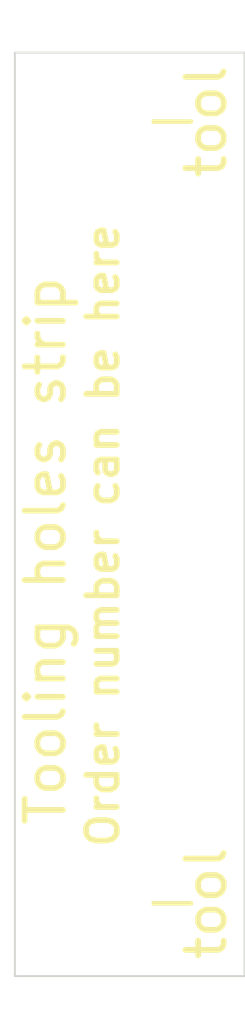
<source format=kicad_pcb>
(kicad_pcb (version 20200119) (host pcbnew "5.99.0-unknown-4f36980~101~ubuntu18.04.1")

  (general
    (thickness 1.6)
    (drawings 6)
    (tracks 0)
    (modules 2)
    (nets 1)
  )

  (page "A4")
  (layers
    (0 "F.Cu" signal)
    (31 "B.Cu" signal)
    (32 "B.Adhes" user)
    (33 "F.Adhes" user)
    (34 "B.Paste" user)
    (35 "F.Paste" user)
    (36 "B.SilkS" user)
    (37 "F.SilkS" user)
    (38 "B.Mask" user)
    (39 "F.Mask" user)
    (40 "Dwgs.User" user)
    (41 "Cmts.User" user)
    (42 "Eco1.User" user)
    (43 "Eco2.User" user)
    (44 "Edge.Cuts" user)
    (45 "Margin" user)
    (46 "B.CrtYd" user)
    (47 "F.CrtYd" user)
    (48 "B.Fab" user)
    (49 "F.Fab" user)
  )

  (setup
    (last_trace_width 0.25)
    (trace_clearance 0.2)
    (zone_clearance 0.508)
    (zone_45_only no)
    (trace_min 0.2)
    (via_size 0.8)
    (via_drill 0.4)
    (via_min_size 0.4)
    (via_min_drill 0.3)
    (uvia_size 0.3)
    (uvia_drill 0.1)
    (uvias_allowed no)
    (uvia_min_size 0.2)
    (uvia_min_drill 0.1)
    (max_error 0.005)
    (defaults
      (edge_clearance 0.01)
      (edge_cuts_line_width 0.05)
      (courtyard_line_width 0.05)
      (copper_line_width 0.2)
      (copper_text_dims (size 1.5 1.5) (thickness 0.3))
      (silk_line_width 0.12)
      (silk_text_dims (size 1 1) (thickness 0.15))
      (other_layers_line_width 0.1)
      (other_layers_text_dims (size 1 1) (thickness 0.15))
      (dimension_units 0)
      (dimension_precision 1)
    )
    (pad_size 1.524 1.524)
    (pad_drill 0.762)
    (pad_to_mask_clearance 0.051)
    (solder_mask_min_width 0.25)
    (aux_axis_origin 0 0)
    (visible_elements FFFDFF7F)
    (pcbplotparams
      (layerselection 0x010fc_ffffffff)
      (usegerberextensions false)
      (usegerberattributes false)
      (usegerberadvancedattributes false)
      (creategerberjobfile false)
      (svguseinch false)
      (svgprecision 6)
      (excludeedgelayer true)
      (linewidth 0.100000)
      (plotframeref false)
      (viasonmask false)
      (mode 1)
      (useauxorigin false)
      (hpglpennumber 1)
      (hpglpenspeed 20)
      (hpglpendiameter 15.000000)
      (psnegative false)
      (psa4output false)
      (plotreference true)
      (plotvalue true)
      (plotinvisibletext false)
      (padsonsilk false)
      (subtractmaskfromsilk false)
      (outputformat 1)
      (mirror false)
      (drillshape 1)
      (scaleselection 1)
      (outputdirectory "")
    )
  )

  (net 0 "")

  (net_class "Default" "This is the default net class."
    (clearance 0.2)
    (trace_width 0.25)
    (via_dia 0.8)
    (via_drill 0.4)
    (uvia_dia 0.3)
    (uvia_drill 0.1)
  )

  (module "misc:toolhole" (layer "F.Cu") (tedit 5EA6A02A) (tstamp dadfa611-7b6c-4f70-9e57-62b65511b2c5)
    (at 133 82.2 90)
    (fp_text reference "REF**" (at 0 2.54 90 unlocked) (layer "F.SilkS") hide
      (effects (font (size 1 1) (thickness 0.15)))
    )
    (fp_text value "toolhole" (at 0 -2.54 90 unlocked) (layer "F.Fab")
      (effects (font (size 1 1) (thickness 0.15)))
    )
    (fp_text user "tool" (at 0 2 90 unlocked) (layer "F.SilkS")
      (effects (font (size 1 1) (thickness 0.15)))
    )
    (fp_line (start 0 1.6) (end 0 0) (layer "F.SilkS") (width 0.12))
    (pad "" np_thru_hole circle (at 0 0 90) (size 1.152 1.152) (drill 1.152) (layers *.Cu *.Mask)
      (solder_mask_margin 0.6) (tstamp 2c759533-2d6c-497b-aedb-733f51049be4))
  )

  (module "misc:toolhole" (layer "F.Cu") (tedit 5EA6A02A) (tstamp ed1854c9-4316-46f3-b5bb-baad5ac90755)
    (at 133 61.8 90)
    (fp_text reference "REF**" (at 0 2.54 90 unlocked) (layer "F.SilkS") hide
      (effects (font (size 1 1) (thickness 0.15)))
    )
    (fp_text value "toolhole" (at 0 -2.54 90 unlocked) (layer "F.Fab")
      (effects (font (size 1 1) (thickness 0.15)))
    )
    (fp_text user "tool" (at 0 2 90 unlocked) (layer "F.SilkS")
      (effects (font (size 1 1) (thickness 0.15)))
    )
    (fp_line (start 0 1.6) (end 0 0) (layer "F.SilkS") (width 0.12))
    (pad "" np_thru_hole circle (at 0 0 90) (size 1.152 1.152) (drill 1.152) (layers *.Cu *.Mask)
      (solder_mask_margin 0.6) (tstamp 2c759533-2d6c-497b-aedb-733f51049be4))
  )

  (gr_text "Order number can be here" (at 132.3 72.6 90) (layer "F.SilkS") (tstamp 6148ee97-3486-432e-b96c-d6bef2d4cb84)
    (effects (font (size 0.8 0.8) (thickness 0.15)))
  )
  (gr_text "Tooling holes strip" (at 130.8 73 90) (layer "F.SilkS") (tstamp b93930fc-d4a1-4d77-9226-ca754d39dcd5)
    (effects (font (size 1 1) (thickness 0.15)))
  )
  (gr_line (start 130 84.1) (end 136 84.1) (layer "Edge.Cuts") (width 0.05) (tstamp ef1e8c37-5b99-4d29-921e-c019a4092923))
  (gr_line (start 130 60) (end 130 84.1) (layer "Edge.Cuts") (width 0.05) (tstamp ec93c6a7-51ee-4bec-ac6e-2578114ae51a))
  (gr_line (start 136 60) (end 136 84.1) (layer "Edge.Cuts") (width 0.05) (tstamp fdd17ccd-de50-45b3-a1ca-726ecf321ba5))
  (gr_line (start 130 60) (end 136 60) (layer "Edge.Cuts") (width 0.05) (tstamp 52e1c02a-43e5-4170-afb6-0b1b21f761ac))

)

</source>
